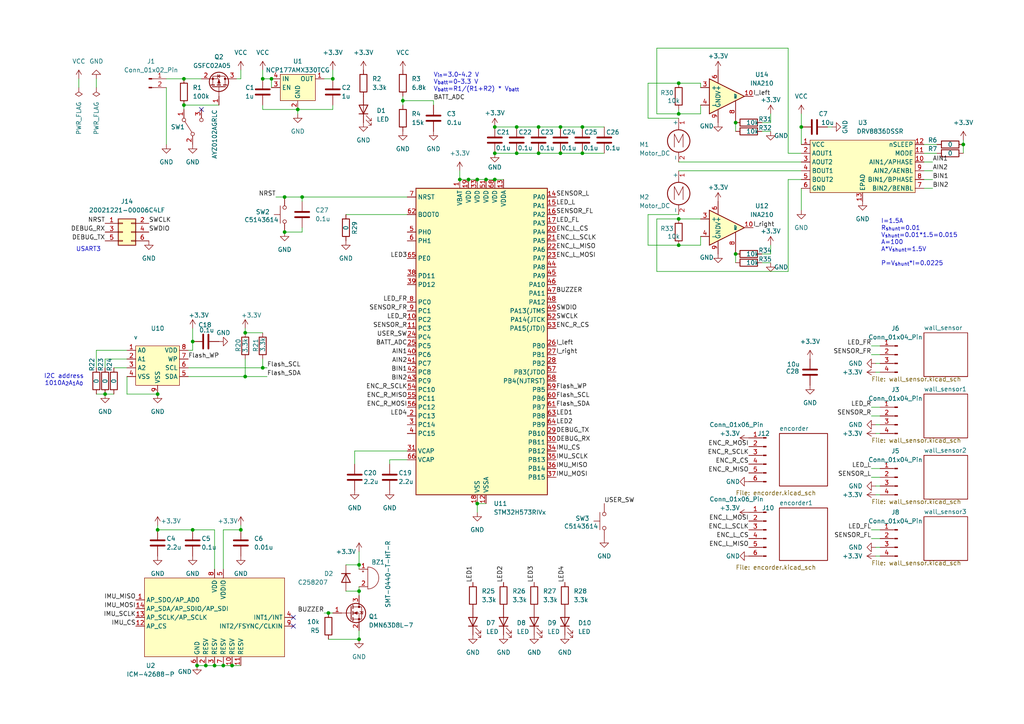
<source format=kicad_sch>
(kicad_sch (version 20231120) (generator "eeschema") (generator_version "8.0")
  (paper "A4")
  (junction (at 59.69 193.04))
  (junction (at 196.85 71.12))
  (junction (at 69.85 153.67))
  (junction (at 168.91 36.83))
  (junction (at 162.56 44.45))
  (junction (at 57.15 193.04))
  (junction (at 143.51 44.45))
  (junction (at 156.21 36.83))
  (junction (at 53.34 22.86))
  (junction (at 55.88 99.06))
  (junction (at 95.25 177.8))
  (junction (at 104.14 171.45))
  (junction (at 62.23 193.04))
  (junction (at 82.55 67.31))
  (junction (at 133.35 52.07))
  (junction (at 156.21 44.45))
  (junction (at 82.55 57.15))
  (junction (at 135.89 52.07))
  (junction (at 149.86 36.83))
  (junction (at 76.2 106.68))
  (junction (at 104.14 185.42))
  (junction (at 116.84 29.21))
  (junction (at 53.34 30.48))
  (junction (at 45.72 114.3))
  (junction (at 78.74 22.86))
  (junction (at 213.36 35.56))
  (junction (at 138.43 146.05))
  (junction (at 168.91 44.45))
  (junction (at 232.41 36.83))
  (junction (at 196.85 33.02))
  (junction (at 87.63 57.15))
  (junction (at 67.31 193.04))
  (junction (at 45.72 153.67))
  (junction (at 196.85 63.5))
  (junction (at 140.97 52.07))
  (junction (at 86.36 31.75))
  (junction (at 71.12 109.22))
  (junction (at 71.12 96.52))
  (junction (at 96.52 22.86))
  (junction (at 143.51 52.07))
  (junction (at 55.88 153.67))
  (junction (at 64.77 193.04))
  (junction (at 162.56 36.83))
  (junction (at 213.36 73.66))
  (junction (at 138.43 52.07))
  (junction (at 104.14 163.83))
  (junction (at 149.86 44.45))
  (junction (at 143.51 36.83))
  (junction (at 76.2 22.86))
  (junction (at 279.4 41.91))
  (junction (at 196.85 24.13))
  (junction (at 30.48 114.3))
  (no_connect (at 85.09 179.07))
  (no_connect (at 85.09 181.61))
  (no_connect (at 58.42 31.75))
  (wire (pts (xy 232.41 33.02) (xy 232.41 36.83)))
  (wire (pts (xy 156.21 44.45) (xy 162.56 44.45)))
  (wire (pts (xy 133.35 49.53) (xy 133.35 52.07)))
  (wire (pts (xy 125.73 30.48) (xy 125.73 29.21)))
  (wire (pts (xy 76.2 22.86) (xy 78.74 22.86)))
  (wire (pts (xy 140.97 52.07) (xy 143.51 52.07)))
  (wire (pts (xy 267.97 52.07) (xy 270.51 52.07)))
  (wire (pts (xy 254 105.41) (xy 255.27 105.41)))
  (wire (pts (xy 69.85 22.86) (xy 68.58 22.86)))
  (wire (pts (xy 190.5 13.97) (xy 190.5 33.02)))
  (wire (pts (xy 252.73 102.87) (xy 255.27 102.87)))
  (wire (pts (xy 71.12 95.25) (xy 71.12 96.52)))
  (wire (pts (xy 252.73 120.65) (xy 255.27 120.65)))
  (wire (pts (xy 62.23 165.1) (xy 62.23 153.67)))
  (wire (pts (xy 162.56 36.83) (xy 168.91 36.83)))
  (wire (pts (xy 48.26 22.86) (xy 53.34 22.86)))
  (wire (pts (xy 69.85 193.04) (xy 67.31 193.04)))
  (wire (pts (xy 232.41 60.96) (xy 232.41 54.61)))
  (wire (pts (xy 190.5 33.02) (xy 196.85 33.02)))
  (wire (pts (xy 87.63 67.31) (xy 82.55 67.31)))
  (wire (pts (xy 213.36 38.1) (xy 213.36 35.56)))
  (wire (pts (xy 53.34 30.48) (xy 53.34 31.75)))
  (wire (pts (xy 27.94 114.3) (xy 30.48 114.3)))
  (wire (pts (xy 69.85 20.32) (xy 69.85 22.86)))
  (wire (pts (xy 223.52 35.56) (xy 223.52 33.02)))
  (wire (pts (xy 96.52 31.75) (xy 96.52 30.48)))
  (wire (pts (xy 76.2 31.75) (xy 86.36 31.75)))
  (wire (pts (xy 190.5 78.74) (xy 190.5 63.5)))
  (wire (pts (xy 133.35 52.07) (xy 135.89 52.07)))
  (wire (pts (xy 55.88 153.67) (xy 45.72 153.67)))
  (wire (pts (xy 76.2 104.14) (xy 76.2 106.68)))
  (wire (pts (xy 118.11 133.35) (xy 113.03 133.35)))
  (wire (pts (xy 254 143.51) (xy 255.27 143.51)))
  (wire (pts (xy 196.85 62.23) (xy 187.96 62.23)))
  (wire (pts (xy 95.25 185.42) (xy 104.14 185.42)))
  (wire (pts (xy 87.63 57.15) (xy 118.11 57.15)))
  (wire (pts (xy 254 140.97) (xy 255.27 140.97)))
  (wire (pts (xy 104.14 163.83) (xy 104.14 165.1)))
  (wire (pts (xy 27.94 101.6) (xy 36.83 101.6)))
  (wire (pts (xy 30.48 114.3) (xy 33.02 114.3)))
  (wire (pts (xy 54.61 109.22) (xy 71.12 109.22)))
  (wire (pts (xy 71.12 96.52) (xy 76.2 96.52)))
  (wire (pts (xy 187.96 71.12) (xy 196.85 71.12)))
  (wire (pts (xy 125.73 29.21) (xy 116.84 29.21)))
  (wire (pts (xy 252.73 138.43) (xy 255.27 138.43)))
  (wire (pts (xy 267.97 46.99) (xy 270.51 46.99)))
  (wire (pts (xy 143.51 36.83) (xy 149.86 36.83)))
  (wire (pts (xy 220.98 35.56) (xy 223.52 35.56)))
  (wire (pts (xy 168.91 36.83) (xy 175.26 36.83)))
  (wire (pts (xy 100.33 62.23) (xy 118.11 62.23)))
  (wire (pts (xy 87.63 57.15) (xy 87.63 58.42)))
  (wire (pts (xy 45.72 152.4) (xy 45.72 153.67)))
  (wire (pts (xy 64.77 165.1) (xy 64.77 153.67)))
  (wire (pts (xy 93.98 177.8) (xy 95.25 177.8)))
  (wire (pts (xy 203.2 25.4) (xy 203.2 24.13)))
  (wire (pts (xy 196.85 49.53) (xy 232.41 49.53)))
  (wire (pts (xy 267.97 54.61) (xy 270.51 54.61)))
  (wire (pts (xy 59.69 193.04) (xy 57.15 193.04)))
  (wire (pts (xy 149.86 36.83) (xy 156.21 36.83)))
  (wire (pts (xy 190.5 13.97) (xy 228.6 13.97)))
  (wire (pts (xy 187.96 34.29) (xy 187.96 24.13)))
  (wire (pts (xy 80.01 57.15) (xy 82.55 57.15)))
  (wire (pts (xy 143.51 52.07) (xy 146.05 52.07)))
  (wire (pts (xy 254 125.73) (xy 255.27 125.73)))
  (wire (pts (xy 69.85 152.4) (xy 69.85 153.67)))
  (wire (pts (xy 82.55 57.15) (xy 87.63 57.15)))
  (wire (pts (xy 196.85 71.12) (xy 203.2 71.12)))
  (wire (pts (xy 54.61 106.68) (xy 76.2 106.68)))
  (wire (pts (xy 213.36 76.2) (xy 213.36 73.66)))
  (wire (pts (xy 36.83 109.22) (xy 36.83 114.3)))
  (wire (pts (xy 138.43 146.05) (xy 138.43 148.59)))
  (wire (pts (xy 67.31 193.04) (xy 64.77 193.04)))
  (wire (pts (xy 228.6 52.07) (xy 232.41 52.07)))
  (wire (pts (xy 76.2 20.32) (xy 76.2 22.86)))
  (wire (pts (xy 71.12 109.22) (xy 77.47 109.22)))
  (wire (pts (xy 196.85 34.29) (xy 187.96 34.29)))
  (wire (pts (xy 252.73 135.89) (xy 255.27 135.89)))
  (wire (pts (xy 168.91 44.45) (xy 175.26 44.45)))
  (wire (pts (xy 100.33 171.45) (xy 104.14 171.45)))
  (wire (pts (xy 27.94 106.68) (xy 27.94 101.6)))
  (wire (pts (xy 113.03 133.35) (xy 113.03 134.62)))
  (wire (pts (xy 143.51 44.45) (xy 149.86 44.45)))
  (wire (pts (xy 187.96 24.13) (xy 196.85 24.13)))
  (wire (pts (xy 100.33 163.83) (xy 104.14 163.83)))
  (wire (pts (xy 254 158.75) (xy 255.27 158.75)))
  (wire (pts (xy 22.86 22.86) (xy 22.86 25.4)))
  (wire (pts (xy 86.36 31.75) (xy 86.36 33.02)))
  (wire (pts (xy 104.14 160.02) (xy 104.14 163.83)))
  (wire (pts (xy 279.4 44.45) (xy 279.4 41.91)))
  (wire (pts (xy 240.03 36.83) (xy 241.3 36.83)))
  (wire (pts (xy 162.56 44.45) (xy 168.91 44.45)))
  (wire (pts (xy 254 107.95) (xy 255.27 107.95)))
  (wire (pts (xy 78.74 22.86) (xy 78.74 25.4)))
  (wire (pts (xy 55.88 95.25) (xy 55.88 99.06)))
  (wire (pts (xy 104.14 171.45) (xy 104.14 172.72)))
  (wire (pts (xy 196.85 31.75) (xy 196.85 33.02)))
  (wire (pts (xy 252.73 118.11) (xy 255.27 118.11)))
  (wire (pts (xy 228.6 44.45) (xy 232.41 44.45)))
  (wire (pts (xy 33.02 106.68) (xy 36.83 106.68)))
  (wire (pts (xy 116.84 29.21) (xy 116.84 30.48)))
  (wire (pts (xy 279.4 41.91) (xy 279.4 40.64)))
  (wire (pts (xy 87.63 67.31) (xy 87.63 66.04)))
  (wire (pts (xy 104.14 185.42) (xy 104.14 182.88)))
  (wire (pts (xy 252.73 156.21) (xy 255.27 156.21)))
  (wire (pts (xy 71.12 104.14) (xy 71.12 109.22)))
  (wire (pts (xy 118.11 130.81) (xy 102.87 130.81)))
  (wire (pts (xy 203.2 24.13) (xy 196.85 24.13)))
  (wire (pts (xy 104.14 170.18) (xy 104.14 171.45)))
  (wire (pts (xy 76.2 106.68) (xy 77.47 106.68)))
  (wire (pts (xy 267.97 49.53) (xy 270.51 49.53)))
  (wire (pts (xy 96.52 22.86) (xy 93.98 22.86)))
  (wire (pts (xy 232.41 36.83) (xy 232.41 41.91)))
  (wire (pts (xy 223.52 73.66) (xy 223.52 71.12)))
  (wire (pts (xy 54.61 101.6) (xy 55.88 101.6)))
  (wire (pts (xy 62.23 153.67) (xy 55.88 153.67)))
  (wire (pts (xy 36.83 114.3) (xy 45.72 114.3)))
  (wire (pts (xy 30.48 104.14) (xy 30.48 106.68)))
  (wire (pts (xy 86.36 31.75) (xy 96.52 31.75)))
  (wire (pts (xy 223.52 76.2) (xy 220.98 76.2)))
  (wire (pts (xy 138.43 52.07) (xy 140.97 52.07)))
  (wire (pts (xy 203.2 63.5) (xy 196.85 63.5)))
  (wire (pts (xy 203.2 33.02) (xy 203.2 30.48)))
  (wire (pts (xy 76.2 30.48) (xy 76.2 31.75)))
  (wire (pts (xy 252.73 100.33) (xy 255.27 100.33)))
  (wire (pts (xy 27.94 25.4) (xy 27.94 22.86)))
  (wire (pts (xy 228.6 52.07) (xy 228.6 78.74)))
  (wire (pts (xy 252.73 153.67) (xy 255.27 153.67)))
  (wire (pts (xy 63.5 30.48) (xy 53.34 30.48)))
  (wire (pts (xy 64.77 153.67) (xy 69.85 153.67)))
  (wire (pts (xy 203.2 71.12) (xy 203.2 68.58)))
  (wire (pts (xy 102.87 130.81) (xy 102.87 134.62)))
  (wire (pts (xy 228.6 44.45) (xy 228.6 13.97)))
  (wire (pts (xy 53.34 22.86) (xy 58.42 22.86)))
  (wire (pts (xy 254 161.29) (xy 255.27 161.29)))
  (wire (pts (xy 55.88 99.06) (xy 55.88 101.6)))
  (wire (pts (xy 135.89 52.07) (xy 138.43 52.07)))
  (wire (pts (xy 254 123.19) (xy 255.27 123.19)))
  (wire (pts (xy 196.85 46.99) (xy 232.41 46.99)))
  (wire (pts (xy 267.97 41.91) (xy 271.78 41.91)))
  (wire (pts (xy 138.43 146.05) (xy 140.97 146.05)))
  (wire (pts (xy 196.85 33.02) (xy 203.2 33.02)))
  (wire (pts (xy 149.86 44.45) (xy 156.21 44.45)))
  (wire (pts (xy 64.77 193.04) (xy 62.23 193.04)))
  (wire (pts (xy 36.83 104.14) (xy 30.48 104.14)))
  (wire (pts (xy 48.26 25.4) (xy 48.26 41.91)))
  (wire (pts (xy 267.97 44.45) (xy 271.78 44.45)))
  (wire (pts (xy 62.23 193.04) (xy 59.69 193.04)))
  (wire (pts (xy 220.98 73.66) (xy 223.52 73.66)))
  (wire (pts (xy 223.52 38.1) (xy 220.98 38.1)))
  (wire (pts (xy 190.5 63.5) (xy 196.85 63.5)))
  (wire (pts (xy 190.5 78.74) (xy 228.6 78.74)))
  (wire (pts (xy 95.25 177.8) (xy 96.52 177.8)))
  (wire (pts (xy 156.21 36.83) (xy 162.56 36.83)))
  (wire (pts (xy 187.96 62.23) (xy 187.96 71.12)))
  (wire (pts (xy 96.52 20.32) (xy 96.52 22.86)))
  (wire (pts (xy 116.84 27.94) (xy 116.84 29.21)))
  (text "I=1.5A\nR_{shunt}=0.01\nV_{shunt}=0.01*1.5=0.015\nA=100\nA*V_{shunt}=1.5V\n\nP=V_{shunt}*I=0.0225" (at 255.524 63.5 0) (effects (font (size 1.27 1.27)) (justify left top)))
  (text "I2C address\n1010A_{2}A_{1}A_{0}" (at 18.542 110.236 0) (effects (font (size 1.27 1.27))))
  (text "USART3\n" (at 25.654 72.39 0) (effects (font (size 1.27 1.27))))
  (text "V_{in}=3.0~4.2 V\nV_{batt}=0~3.3 V\nV_{batt}=R1/(R1+R2) * V_{batt}" (at 125.73 26.67 0) (effects (font (size 1.27 1.27)) (justify left bottom)))
  (label "Flash_SCL" (at 77.47 106.68 0))
  (label "LED_FL" (at 252.73 153.67 180))
  (label "ENC_L_MOSI" (at 161.29 74.93 0))
  (label "NRST" (at 80.01 57.15 180))
  (label "DEBUG_TX" (at 30.48 69.85 180))
  (label "SWCLK" (at 161.29 92.71 0))
  (label "LED4" (at 118.11 120.65 180))
  (label "IMU_MISO" (at 39.37 173.99 180))
  (label "LED_L" (at 252.73 135.89 180))
  (label "ENC_R_MISO" (at 217.17 137.16 180))
  (label "I_left" (at 218.44 27.94 0))
  (label "BIN2" (at 270.51 54.61 0))
  (label "LED2" (at 146.05 168.91 90))
  (label "AIN1" (at 270.51 46.99 0))
  (label "ENC_R_SCLK" (at 118.11 113.03 180))
  (label "BATT_ADC" (at 125.73 29.21 0))
  (label "AIN1" (at 118.11 102.87 180))
  (label "DEBUG_TX" (at 161.29 125.73 0))
  (label "IMU_SCLK" (at 161.29 133.35 0))
  (label "LED3" (at 154.94 168.91 90))
  (label "ENC_L_SCLK" (at 217.17 153.67 180))
  (label "BUZZER" (at 93.98 177.8 180))
  (label "SENSOR_L" (at 252.73 138.43 180))
  (label "SWCLK" (at 43.18 64.77 0))
  (label "Flash_SDA" (at 77.47 109.22 0))
  (label "ENC_L_CS" (at 161.29 67.31 0))
  (label "ENC_R_CS" (at 217.17 134.62 180))
  (label "USER_SW" (at 118.11 97.79 180))
  (label "LED3" (at 118.11 74.93 180))
  (label "ENC_R_MOSI" (at 217.17 129.54 180))
  (label "LED4" (at 163.83 168.91 90))
  (label "IMU_MISO" (at 161.29 135.89 0))
  (label "LED1" (at 161.29 120.65 0))
  (label "BIN2" (at 118.11 110.49 180))
  (label "I_right" (at 161.29 102.87 0))
  (label "BIN1" (at 118.11 107.95 180))
  (label "IMU_CS" (at 39.37 181.61 180))
  (label "LED2" (at 161.29 123.19 0))
  (label "IMU_SCLK" (at 39.37 179.07 180))
  (label "LED_L" (at 161.29 59.69 0))
  (label "Flash_SCL" (at 161.29 115.57 0))
  (label "ENC_L_MISO" (at 161.29 72.39 0))
  (label "LED_FR" (at 252.73 100.33 180))
  (label "LED_FR" (at 118.11 87.63 180))
  (label "SWDIO" (at 43.18 67.31 0))
  (label "SENSOR_R" (at 118.11 95.25 180))
  (label "IMU_MOSI" (at 161.29 138.43 0))
  (label "NRST" (at 30.48 64.77 180))
  (label "BIN1" (at 270.51 52.07 0))
  (label "LED_R" (at 252.73 118.11 180))
  (label "DEBUG_RX" (at 161.29 128.27 0))
  (label "SWDIO" (at 161.29 90.17 0))
  (label "BUZZER" (at 161.29 85.09 0))
  (label "BATT_ADC" (at 118.11 100.33 180))
  (label "USER_SW" (at 175.26 146.05 0))
  (label "LED1" (at 137.16 168.91 90))
  (label "I_left" (at 161.29 100.33 0))
  (label "LED_FL" (at 161.29 64.77 0))
  (label "AIN2" (at 270.51 49.53 0))
  (label "SENSOR_FL" (at 252.73 156.21 180))
  (label "SENSOR_R" (at 252.73 120.65 180))
  (label "DEBUG_RX" (at 30.48 67.31 180))
  (label "ENC_R_MISO" (at 118.11 115.57 180))
  (label "LED_R" (at 118.11 92.71 180))
  (label "SENSOR_L" (at 161.29 57.15 0))
  (label "Flash_WP" (at 54.61 104.14 0))
  (label "Flash_WP" (at 161.29 113.03 0))
  (label "Flash_SDA" (at 161.29 118.11 0))
  (label "ENC_L_SCLK" (at 161.29 69.85 0))
  (label "ENC_R_CS" (at 161.29 95.25 0))
  (label "SENSOR_FL" (at 161.29 62.23 0))
  (label "I_right" (at 218.44 66.04 0))
  (label "IMU_MOSI" (at 39.37 176.53 180))
  (label "AIN2" (at 118.11 105.41 180))
  (label "ENC_R_SCLK" (at 217.17 132.08 180))
  (label "ENC_L_MOSI" (at 217.17 151.13 180))
  (label "SENSOR_FR" (at 118.11 90.17 180))
  (label "ENC_L_MISO" (at 217.17 158.75 180))
  (label "SENSOR_FR" (at 252.73 102.87 180))
  (label "IMU_CS" (at 161.29 130.81 0))
  (label "ENC_R_MOSI" (at 118.11 118.11 180))
  (label "ENC_L_CS" (at 217.17 156.21 180))
  (symbol (lib_id "Device:C") (at 162.56 40.64 0) (unit 1)
    (property "Reference" "C24" (at 163.068 38.354 0) (effects (justify left)))
    (property "Value" "0.1u" (at 162.814 42.926 0) (effects (justify left)))
    (property "Footprint" "Capacitor_SMD:C_0402_1005Metric" (effects (hide yes)))
    (property "order_URL" "https://www.digikey.jp/ja/products/detail/tdk-corporation/CGA2B3X5R1H104K050BB/3949449" (effects (hide yes)))
    (property "manf#" "CGA2B3X5R1H104K050BB" (effects (hide yes)))
    (property "check_order" "ok" (effects (hide yes)))
  )
  (symbol (lib_id "power:+3.3V") (at 217.17 127 90) (unit 1)
    (property "Reference" "#PWR070" (effects (hide yes)))
    (property "Value" "+3.3V" (at 214.63 125.73 90) (effects (justify left)))
  )
  (symbol (lib_id "power:GND") (at 137.16 184.15 0) (unit 1)
    (property "Reference" "#PWR085" (effects (hide yes)))
    (property "Value" "GND" (at 137.16 189.23 0))
  )
  (symbol (lib_id "Device:R") (at 33.02 110.49 0) (unit 1)
    (property "Reference" "R24" (at 31.75 107.696 90) (effects (justify left)))
    (property "Value" "0" (at 33.02 111.252 90) (effects (justify left)))
    (property "Footprint" "Resistor_SMD:R_0402_1005Metric" (effects (hide yes)))
    (property "order_URL" "https://www.digikey.jp/ja/products/detail/yageo/AC0402FR-073K3L/5895325" (effects (hide yes)))
    (property "manf#" "AC0402FR-073K3L" (effects (hide yes)))
    (property "check_order" "-" (effects (hide yes)))
  )
  (symbol (lib_id "power:+3.3V") (at 71.12 95.25 0) (unit 1)
    (property "Reference" "#PWR083" (effects (hide yes)))
    (property "Value" "+3.3V" (at 72.898 91.44 0))
  )
  (symbol (lib_id "power:+3.3V") (at 55.88 95.25 0) (unit 1)
    (property "Reference" "#PWR080" (effects (hide yes)))
    (property "Value" "+3.3V" (at 57.658 91.44 0))
  )
  (symbol (lib_id "Device:C") (at 125.73 34.29 0) (unit 1)
    (property "Reference" "C3" (at 129.54 33.02 0) (effects (justify left)))
    (property "Value" "0.1u" (at 129.54 35.56 0) (effects (justify left)))
    (property "Footprint" "Capacitor_SMD:C_0402_1005Metric" (effects (hide yes)))
    (property "order_URL" "https://www.digikey.jp/ja/products/detail/tdk-corporation/CGA2B3X5R1H104K050BB/3949449" (effects (hide yes)))
    (property "manf#" "CGA2B3X5R1H104K050BB" (effects (hide yes)))
    (property "check_order" "ok" (effects (hide yes)))
  )
  (symbol (lib_id "Device:D") (at 100.33 167.64 270) (unit 1)
    (property "Reference" "D2" (at 93.98 166.37 90) (effects (justify left)))
    (property "Value" "C258207" (at 86.36 168.91 90) (effects (justify left)))
    (property "Footprint" "Diode_SMD:D_SOD-123" (effects (hide yes)))
    (property "Datasheet" "https://www.lcsc.com/datasheet/lcsc_datasheet_1810120035_onsemi-MMSD3070_C258207.pdf" (effects (hide yes)))
    (property "order_URL" "https://www.lcsc.com/product-detail/Diodes-General-Purpose_onsemi-MMSD3070_C258207.html" (effects (hide yes)))
    (property "manf#" "C258207" (effects (hide yes)))
    (property "check_order" "ok" (effects (hide yes)))
  )
  (symbol (lib_id "power:GND") (at 100.33 69.85 0) (unit 1)
    (property "Reference" "#PWR096" (effects (hide yes)))
    (property "Value" "GND" (at 100.33 74.93 0))
  )
  (symbol (lib_id "makyi_mouse:DRV8836DSSR") (at 250.19 46.99 0) (unit 1)
    (property "Reference" "U3" (at 250.19 35.56 0))
    (property "Value" "DRV8836DSSR" (at 255.27 38.1 0))
    (property "Footprint" "Package_SON:WSON-12-1EP_3x2mm_P0.5mm_EP1x2.65" (effects (hide yes)))
    (property "Datasheet" "https://www.ti.com/lit/ds/symlink/drv8836.pdf?HQS=dis-dk-null-digikeymode-dsf-pf-null-wwe&ts=1693798815443&ref_url=https%253A%252F%252Fwww.ti.com%252Fgeneral%252Fdocs%252Fsuppproductinfo.tsp%253FdistId%253D10%2526gotoUrl%253Dhttps%253A%252F%252Fwww.ti.com%252Flit%252Fgpn%252Fdrv8836" (effects (hide yes)))
    (property "check_order" "ok" (effects (hide yes)))
    (property "order_URL" "https://www.digikey.jp/ja/products/detail/texas-instruments/DRV8836DSSR/3088190?s=N4IgTCBcDaICICUBqAOFBmAbHAyjhIAugL5A" (effects (hide yes)))
  )
  (symbol (lib_id "Device:R") (at 95.25 181.61 180) (unit 1)
    (property "Reference" "R5" (at 92.71 182.88 0) (effects (justify left)))
    (property "Value" "10k" (at 92.71 180.34 0) (effects (justify left)))
    (property "Footprint" "Resistor_SMD:R_0402_1005Metric" (effects (hide yes)))
    (property "order_URL" "https://www.digikey.jp/ja/products/detail/yageo/AC0402FR-0710KL/5895030" (effects (hide yes)))
    (property "manf#" "AC0402FR-0710KL" (effects (hide yes)))
    (property "check_order" "-" (effects (hide yes)))
  )
  (symbol (lib_id "Device:R") (at 105.41 24.13 0) (unit 1)
    (property "Reference" "R2" (at 107.95 22.86 0) (effects (justify left)))
    (property "Value" "3.3k" (at 107.95 25.4 0) (effects (justify left)))
    (property "Footprint" "Resistor_SMD:R_0402_1005Metric" (effects (hide yes)))
    (property "order_URL" "https://www.digikey.jp/ja/products/detail/yageo/AC0402FR-073K3L/5895325" (effects (hide yes)))
    (property "manf#" "AC0402FR-073K3L" (effects (hide yes)))
    (property "check_order" "ok" (effects (hide yes)))
  )
  (symbol (lib_id "Device:C") (at 149.86 40.64 0) (unit 1)
    (property "Reference" "C22" (at 150.368 38.354 0) (effects (justify left)))
    (property "Value" "0.1u" (at 150.114 42.926 0) (effects (justify left)))
    (property "Footprint" "Capacitor_SMD:C_0402_1005Metric" (effects (hide yes)))
    (property "order_URL" "https://www.digikey.jp/ja/products/detail/tdk-corporation/CGA2B3X5R1H104K050BB/3949449" (effects (hide yes)))
    (property "manf#" "CGA2B3X5R1H104K050BB" (effects (hide yes)))
    (property "check_order" "ok" (effects (hide yes)))
  )
  (symbol (lib_id "Device:R") (at 53.34 26.67 0) (unit 1)
    (property "Reference" "R1" (at 55.88 25.4 0) (effects (justify left)))
    (property "Value" "100k" (at 55.88 27.94 0) (effects (justify left)))
    (property "Footprint" "Resistor_SMD:R_0402_1005Metric" (effects (hide yes)))
    (property "order_URL" "https://www.digikey.jp/ja/products/detail/yageo/AC0402FR-07100KL/5895021" (effects (hide yes)))
    (property "manf#" "AC0402FR-07100KL" (effects (hide yes)))
    (property "check_order" "-" (effects (hide yes)))
  )
  (symbol (lib_id "MCU_ST_STM32H5:STM32H573RIVx") (at 138.43 100.33 0) (unit 1)
    (property "Reference" "U11" (at 143.1641 146.05 0) (effects (justify left)))
    (property "Value" "STM32H573RIVx" (at 143.1641 148.59 0) (effects (justify left)))
    (property "Footprint" "Package_DFN_QFN:QFN-68-1EP_8x8mm_P0.4mm_EP6.4x6.4mm" (effects (hide yes)))
    (property "Datasheet" "https://www.st.com/resource/en/datasheet/stm32h573ri.pdf" (effects (hide yes)))
    (property "Description" "STMicroelectronics Arm Cortex-M33 MCU, 2048KB flash, 640KB RAM, 250 MHz, 1.62-3.6V, 53 GPIO, VFQFPN68" (effects (hide yes)))
    (property "check_order" "-" (effects (hide yes)))
  )
  (symbol (lib_id "Device:R") (at 275.59 44.45 90) (unit 1)
    (property "Reference" "R7" (at 270.51 43.18 90))
    (property "Value" "0" (at 275.59 44.45 90))
    (property "Footprint" "Resistor_SMD:R_0402_1005Metric" (effects (hide yes)))
    (property "order_URL" "https://www.digikey.jp/ja/products/detail/yageo/AC0402JR-070RL/2827807" (effects (hide yes)))
    (property "manf#" "AC0402JR-070RL" (effects (hide yes)))
    (property "check_order" "ok" (effects (hide yes)))
  )
  (symbol (lib_id "power:GND") (at 143.51 44.45 0) (unit 1)
    (property "Reference" "#PWR094" (effects (hide yes)))
    (property "Value" "GND" (at 143.51 48.514 0))
  )
  (symbol (lib_id "power:+3.3V") (at 69.85 152.4 0) (unit 1)
    (property "Reference" "#PWR015" (effects (hide yes)))
    (property "Value" "+3.3V" (at 66.04 151.13 0))
  )
  (symbol (lib_id "power:GND") (at 55.88 161.29 0) (unit 1)
    (property "Reference" "#PWR017" (effects (hide yes)))
    (property "Value" "GND" (at 55.88 166.37 0))
  )
  (symbol (lib_id "power:GND") (at 146.05 184.15 0) (unit 1)
    (property "Reference" "#PWR086" (effects (hide yes)))
    (property "Value" "GND" (at 146.05 189.23 0))
  )
  (symbol (lib_id "power:GND") (at 113.03 142.24 0) (unit 1)
    (property "Reference" "#PWR091" (effects (hide yes)))
    (property "Value" "GND" (at 113.03 147.32 0))
  )
  (symbol (lib_id "power:+3.3V") (at 208.28 58.42 0) (unit 1)
    (property "Reference" "#PWR0103" (effects (hide yes)))
    (property "Value" "+3.3V" (at 208.28 54.356 0))
  )
  (symbol (lib_id "Device:C") (at 175.26 40.64 0) (unit 1)
    (property "Reference" "C26" (at 175.768 38.354 0) (effects (justify left)))
    (property "Value" "0.1u" (at 175.514 42.926 0) (effects (justify left)))
    (property "Footprint" "Capacitor_SMD:C_0402_1005Metric" (effects (hide yes)))
    (property "order_URL" "https://www.digikey.jp/ja/products/detail/tdk-corporation/CGA2B3X5R1H104K050BB/3949449" (effects (hide yes)))
    (property "manf#" "CGA2B3X5R1H104K050BB" (effects (hide yes)))
    (property "check_order" "ok" (effects (hide yes)))
  )
  (symbol (lib_id "power:+3.3V") (at 133.35 49.53 0) (unit 1)
    (property "Reference" "#PWR090" (effects (hide yes)))
    (property "Value" "+3.3V" (at 133.35 44.45 0))
  )
  (symbol (lib_id "Switch:SW_Push") (at 175.26 151.13 90) (unit 1)
    (property "Reference" "SW3" (at 166.878 150.368 90) (effects (justify right)))
    (property "Value" "C5143614" (at 163.576 152.654 90) (effects (justify right)))
    (property "Footprint" "makyi_mouse:C5143614" (effects (hide yes)))
    (property "Datasheet" "https://www.lcsc.com/datasheet/lcsc_datasheet_2208241730_hanxia-HX-TS2306A-240gf-MSM_C5143614.pdf" (effects (hide yes)))
    (property "Description" "Push button switch, generic, two pins" (effects (hide yes)))
    (property "check_order" "ok" (effects (hide yes)))
    (property "order_URL" "https://www.digikey.jp/ja/products/detail/mitsumi-electric-company-ltd/R-667996/11591278" (effects (hide yes)))
  )
  (symbol (lib_id "power:GND") (at 138.43 148.59 0) (unit 1)
    (property "Reference" "#PWR089" (effects (hide yes)))
    (property "Value" "GND" (at 138.43 153.67 0))
  )
  (symbol (lib_id "makyi_mouse:MB85RC64TAPN-G-AMEWE1") (at 45.72 106.68 0) (unit 1)
    (property "Reference" "U10" (at 45.72 95.25 0))
    (property "Value" "v" (at 39.37 97.79 0))
    (property "Footprint" "makyi_mouse:LCC-8P-M04" (effects (hide yes)))
    (property "Datasheet" "https://mm.digikey.com/Volume0/opasdata/d220001/medias/docus/2107/MB85RC64TA.pdf" (effects (hide yes)))
    (property "check_order" "ok" (effects (hide yes)))
    (property "order_URL" "https://www.digikey.jp/ja/products/detail/kaga-fei-america-inc/MB85RC64TAPN-G-AMEWE1/6802276?s=N4IgTCBcDaILICEAcBWASgYQGwBYAqAggAoByAtAOJkFwCiA6rQIwgC6AvkA" (effects (hide yes)))
  )
  (symbol (lib_id "Device:R") (at 275.59 41.91 90) (unit 1)
    (property "Reference" "R6" (at 270.51 40.64 90))
    (property "Value" "0" (at 275.59 41.91 90))
    (property "Footprint" "Resistor_SMD:R_0402_1005Metric" (effects (hide yes)))
    (property "order_URL" "https://www.digikey.jp/ja/products/detail/yageo/AC0402JR-070RL/2827807" (effects (hide yes)))
    (property "manf#" "AC0402JR-070RL" (effects (hide yes)))
    (property "check_order" "ok" (effects (hide yes)))
  )
  (symbol (lib_id "power:GND") (at 254 158.75 270) (unit 1)
    (property "Reference" "#PWR054" (effects (hide yes)))
    (property "Value" "GND" (at 250.19 158.75 90) (effects (justify right)))
  )
  (symbol (lib_id "power:VCC") (at 116.84 20.32 0) (unit 1)
    (property "Reference" "#PWR010" (effects (hide yes)))
    (property "Value" "VCC" (at 116.84 15.24 0))
  )
  (symbol (lib_id "power:PWR_FLAG") (at 27.94 25.4 180) (unit 1)
    (property "Reference" "#FLG02" (effects (hide yes)))
    (property "Value" "PWR_FLAG" (at 27.94 34.29 90))
  )
  (symbol (lib_id "power:GND") (at 223.52 76.2 0) (unit 1)
    (property "Reference" "#PWR0106" (effects (hide yes)))
    (property "Value" "GND" (at 226.568 77.47 0))
  )
  (symbol (lib_id "Device:R") (at 217.17 73.66 270) (unit 1)
    (property "Reference" "R34" (at 219.964 72.644 90) (effects (justify left)))
    (property "Value" "10k" (at 216.408 73.66 90) (effects (justify left)))
    (property "Footprint" "Resistor_SMD:R_0402_1005Metric" (effects (hide yes)))
    (property "Description" "Resistor" (effects (hide yes)))
  )
  (symbol (lib_id "Connector:Conn_01x04_Pin") (at 260.35 138.43 0) (mirror y) (unit 1)
    (property "Reference" "J5" (at 259.715 130.81 0))
    (property "Value" "Conn_01x04_Pin" (at 259.715 133.35 0))
    (property "Footprint" "makyi_mouse:wall_sensor_fp" (effects (hide yes)))
    (property "check_order" "-" (effects (hide yes)))
  )
  (symbol (lib_id "Device:C") (at 156.21 40.64 0) (unit 1)
    (property "Reference" "C23" (at 156.718 38.354 0) (effects (justify left)))
    (property "Value" "0.1u" (at 156.464 42.926 0) (effects (justify left)))
    (property "Footprint" "Capacitor_SMD:C_0402_1005Metric" (effects (hide yes)))
    (property "order_URL" "https://www.digikey.jp/ja/products/detail/tdk-corporation/CGA2B3X5R1H104K050BB/3949449" (effects (hide yes)))
    (property "manf#" "CGA2B3X5R1H104K050BB" (effects (hide yes)))
    (property "check_order" "ok" (effects (hide yes)))
  )
  (symbol (lib_id "Switch:SW_Push") (at 82.55 62.23 90) (unit 1)
    (property "Reference" "SW2" (at 74.168 61.468 90) (effects (justify right)))
    (property "Value" "C5143614" (at 70.866 63.754 90) (effects (justify right)))
    (property "Footprint" "makyi_mouse:C5143614" (effects (hide yes)))
    (property "Datasheet" "https://www.lcsc.com/datasheet/lcsc_datasheet_2208241730_hanxia-HX-TS2306A-240gf-MSM_C5143614.pdf" (effects (hide yes)))
    (property "Description" "Push button switch, generic, two pins" (effects (hide yes)))
    (property "check_order" "ok" (effects (hide yes)))
    (property "order_URL" "https://www.digikey.jp/ja/products/detail/mitsumi-electric-company-ltd/R-667996/11591278" (effects (hide yes)))
  )
  (symbol (lib_id "Device:C") (at 236.22 36.83 90) (unit 1)
    (property "Reference" "C7" (at 238.76 33.02 90))
    (property "Value" "10u" (at 240.03 35.56 90))
    (property "Footprint" "Capacitor_SMD:C_1206_3216Metric" (effects (hide yes)))
    (property "order_URL" "https://www.digikey.jp/ja/products/detail/kemet/C1206X106M3RACAUTO/7427563" (effects (hide yes)))
    (property "manf#" "C1206X106K3RACAUTO" (effects (hide yes)))
    (property "check_order" "ok" (effects (hide yes)))
  )
  (symbol (lib_id "power:+3.3V") (at 234.95 104.14 0) (unit 1)
    (property "Reference" "#PWR026" (effects (hide yes)))
    (property "Value" "+3.3V" (at 234.95 99.06 0))
  )
  (symbol (lib_id "Device:LED") (at 154.94 180.34 90) (unit 1)
    (property "Reference" "D9" (at 158.75 180.6575 90) (effects (justify right)))
    (property "Value" "LED" (at 158.75 183.1975 90) (effects (justify right)))
    (property "Footprint" "LED_SMD:LED_0402_1005Metric_Pad0.77x0.64mm_HandSolder" (effects (hide yes)))
    (property "order_URL" "https://www.digikey.jp/ja/products/detail/rohm-semiconductor/SML-P12M2TT86R/5355776" (effects (hide yes)))
    (property "manf#" "SML-P12M2TT86R" (effects (hide yes)))
    (property "check_order" "ok" (effects (hide yes)))
  )
  (symbol (lib_id "power:GND") (at 254 105.41 270) (unit 1)
    (property "Reference" "#PWR058" (effects (hide yes)))
    (property "Value" "GND" (at 250.19 105.41 90) (effects (justify right)))
  )
  (symbol (lib_id "Device:C") (at 96.52 26.67 0) (unit 1)
    (property "Reference" "C2" (at 99.06 25.4 0) (effects (justify left)))
    (property "Value" "1u" (at 99.06 27.94 0) (effects (justify left)))
    (property "Footprint" "Capacitor_SMD:C_0402_1005Metric" (effects (hide yes)))
    (property "order_URL" "https://www.digikey.jp/ja/products/detail/murata-electronics/GRT155R6YA105KE13D/10693452" (effects (hide yes)))
    (property "manf#" "GRT155R6YA105KE13D" (effects (hide yes)))
    (property "check_order" "ok" (effects (hide yes)))
  )
  (symbol (lib_id "Device:LED") (at 163.83 180.34 90) (unit 1)
    (property "Reference" "D10" (at 167.64 180.6575 90) (effects (justify right)))
    (property "Value" "LED" (at 167.64 183.1975 90) (effects (justify right)))
    (property "Footprint" "LED_SMD:LED_0402_1005Metric_Pad0.77x0.64mm_HandSolder" (effects (hide yes)))
    (property "order_URL" "https://www.digikey.jp/ja/products/detail/rohm-semiconductor/SML-P12M2TT86R/5355776" (effects (hide yes)))
    (property "manf#" "SML-P12M2TT86R" (effects (hide yes)))
    (property "check_order" "ok" (effects (hide yes)))
  )
  (symbol (lib_id "Device:C") (at 234.95 107.95 0) (unit 1)
    (property "Reference" "C28" (at 229.87 107.696 0))
    (property "Value" "10u" (at 230.124 105.664 0))
    (property "Footprint" "Capacitor_SMD:C_1206_3216Metric" (effects (hide yes)))
    (property "order_URL" "https://www.digikey.jp/ja/products/detail/kemet/C1206X106M3RACAUTO/7427563" (effects (hide yes)))
    (property "manf#" "C1206X106K3RACAUTO" (effects (hide yes)))
    (property "check_order" "ok" (effects (hide yes)))
  )
  (symbol (lib_id "power:GND") (at 86.36 33.02 0) (unit 1)
    (property "Reference" "#PWR03" (effects (hide yes)))
    (property "Value" "GND" (at 86.36 38.1 0))
  )
  (symbol (lib_id "makyi_mouse:INA210") (at 208.28 66.04 0) (unit 1)
    (property "Reference" "U12" (at 220.98 59.7214 0))
    (property "Value" "INA210" (at 220.98 62.2614 0))
    (property "Footprint" "makyi_mouse:UQFN-10" (effects (hide yes)))
    (property "check_order" "ok" (effects (hide yes)))
  )
  (symbol (lib_id "Device:Q_NMOS_GSD") (at 101.6 177.8 0) (unit 1)
    (property "Reference" "Q1" (at 106.934 178.816 0) (effects (justify left)))
    (property "Value" "DMN63D8L-7" (at 106.934 181.356 0) (effects (justify left)))
    (property "Footprint" "Package_TO_SOT_SMD:SOT-23" (effects (hide yes)))
    (property "Datasheet" "https://www.diodes.com/assets/Datasheets/DMN63D8L.pdf" (effects (hide yes)))
    (property "order_URL" "https://www.digikey.jp/ja/products/detail/diodes-incorporated/DMN63D8L-7/5699705" (effects (hide yes)))
    (property "check_order" "ok" (effects (hide yes)))
  )
  (symbol (lib_id "Device:LED") (at 105.41 31.75 90) (unit 1)
    (property "Reference" "D1" (at 109.22 32.0675 90) (effects (justify right)))
    (property "Value" "LED" (at 109.22 34.6075 90) (effects (justify right)))
    (property "Footprint" "LED_SMD:LED_0402_1005Metric_Pad0.77x0.64mm_HandSolder" (effects (hide yes)))
    (property "order_URL" "https://www.digikey.jp/ja/products/detail/rohm-semiconductor/SML-P12M2TT86R/5355776" (effects (hide yes)))
    (property "manf#" "SML-P12M2TT86R" (effects (hide yes)))
    (property "check_order" "ok" (effects (hide yes)))
  )
  (symbol (lib_id "Switch:SW_SPDT") (at 55.88 36.83 90) (unit 1)
    (property "Reference" "SW1" (at 49.53 36.83 90) (effects (justify right)))
    (property "Value" "AYZ0102AGRLC" (at 62.23 31.75 0) (effects (justify right)))
    (property "Footprint" "makyi_mouse:AYZ0102AGRLC" (effects (hide yes)))
    (property "Datasheet" "https://www.ckswitches.com/media/1431/ayz.pdf" (effects (hide yes)))
    (property "order_URL" "https://www.digikey.jp/ja/products/detail/c-k/AYZ0102AGRLC/1640108" (effects (hide yes)))
    (property "check_order" "NO Stock" (effects (hide yes)))
  )
  (symbol (lib_id "power:GND") (at 69.85 161.29 0) (unit 1)
    (property "Reference" "#PWR018" (effects (hide yes)))
    (property "Value" "GND" (at 69.85 166.37 0))
  )
  (symbol (lib_id "power:GND") (at 105.41 35.56 0) (unit 1)
    (property "Reference" "#PWR011" (effects (hide yes)))
    (property "Value" "GND" (at 105.41 40.64 0))
  )
  (symbol (lib_id "power:GND") (at 208.28 73.66 0) (unit 1)
    (property "Reference" "#PWR0104" (effects (hide yes)))
    (property "Value" "GND" (at 204.978 74.676 0))
  )
  (symbol (lib_id "Device:R") (at 116.84 34.29 0) (unit 1)
    (property "Reference" "R4" (at 119.38 33.02 0) (effects (justify left)))
    (property "Value" "15k" (at 119.38 35.56 0) (effects (justify left)))
    (property "Footprint" "Resistor_SMD:R_0402_1005Metric" (effects (hide yes)))
    (property "order_URL" "https://www.digikey.jp/ja/products/detail/yageo/AC0402FR-0715KL/5895086" (effects (hide yes)))
    (property "manf#" "AC0402FR-0715KL" (effects (hide yes)))
    (property "check_order" "ok" (effects (hide yes)))
  )
  (symbol (lib_id "Device:R") (at 100.33 66.04 0) (unit 1)
    (property "Reference" "R29" (at 102.87 68.072 90) (effects (justify left)))
    (property "Value" "0" (at 100.33 66.802 90) (effects (justify left)))
    (property "Footprint" "Resistor_SMD:R_0402_1005Metric" (effects (hide yes)))
    (property "order_URL" "https://www.digikey.jp/ja/products/detail/yageo/AC0402FR-073K3L/5895325" (effects (hide yes)))
    (property "manf#" "AC0402FR-073K3L" (effects (hide yes)))
    (property "check_order" "-" (effects (hide yes)))
  )
  (symbol (lib_id "Device:R") (at 217.17 35.56 270) (unit 1)
    (property "Reference" "R31" (at 219.964 34.544 90) (effects (justify left)))
    (property "Value" "10k" (at 216.408 35.56 90) (effects (justify left)))
    (property "Footprint" "Resistor_SMD:R_0402_1005Metric" (effects (hide yes)))
    (property "Description" "Resistor" (effects (hide yes)))
  )
  (symbol (lib_id "power:GND") (at 48.26 41.91 0) (unit 1)
    (property "Reference" "#PWR05" (effects (hide yes)))
    (property "Value" "GND" (at 48.26 46.99 0))
  )
  (symbol (lib_id "power:+3.3V") (at 223.52 71.12 0) (unit 1)
    (property "Reference" "#PWR0105" (effects (hide yes)))
    (property "Value" "+3.3V" (at 223.52 67.056 0))
  )
  (symbol (lib_id "Device:R") (at 137.16 172.72 0) (unit 1)
    (property "Reference" "R25" (at 139.7 171.45 0) (effects (justify left)))
    (property "Value" "3.3k" (at 139.7 173.99 0) (effects (justify left)))
    (property "Footprint" "Resistor_SMD:R_0402_1005Metric" (effects (hide yes)))
    (property "order_URL" "https://www.digikey.jp/ja/products/detail/yageo/AC0402FR-073K3L/5895325" (effects (hide yes)))
    (property "manf#" "AC0402FR-073K3L" (effects (hide yes)))
    (property "check_order" "ok" (effects (hide yes)))
  )
  (symbol (lib_id "power:GND") (at 234.95 111.76 0) (unit 1)
    (property "Reference" "#PWR027" (effects (hide yes)))
    (property "Value" "GND" (at 234.95 116.84 0))
  )
  (symbol (lib_id "Device:R") (at 217.17 38.1 270) (unit 1)
    (property "Reference" "R32" (at 219.964 37.084 90) (effects (justify left)))
    (property "Value" "10k" (at 216.408 38.1 90) (effects (justify left)))
    (property "Footprint" "Resistor_SMD:R_0402_1005Metric" (effects (hide yes)))
    (property "Description" "Resistor" (effects (hide yes)))
  )
  (symbol (lib_id "Device:C") (at 102.87 138.43 0) (unit 1)
    (property "Reference" "C20" (at 105.41 137.16 0) (effects (justify left)))
    (property "Value" "2.2u" (at 105.41 139.7 0) (effects (justify left)))
    (property "Footprint" "Capacitor_SMD:C_0402_1005Metric" (effects (hide yes)))
    (property "order_URL" "https://www.digikey.jp/ja/products/detail/murata-electronics/GRT155R61E225KE13D/5416689" (effects (hide yes)))
    (property "check_order" "ok" (effects (hide yes)))
  )
  (symbol (lib_id "power:GND") (at 45.72 161.29 0) (unit 1)
    (property "Reference" "#PWR016" (effects (hide yes)))
    (property "Value" "GND" (at 45.72 166.37 0))
  )
  (symbol (lib_id "Device:R") (at 30.48 110.49 0) (unit 1)
    (property "Reference" "R23" (at 29.21 107.696 90) (effects (justify left)))
    (property "Value" "0" (at 30.48 111.252 90) (effects (justify left)))
    (property "Footprint" "Resistor_SMD:R_0402_1005Metric" (effects (hide yes)))
    (property "order_URL" "https://www.digikey.jp/ja/products/detail/yageo/AC0402FR-073K3L/5895325" (effects (hide yes)))
    (property "manf#" "AC0402FR-073K3L" (effects (hide yes)))
    (property "check_order" "-" (effects (hide yes)))
  )
  (symbol (lib_id "power:+3.3V") (at 143.51 36.83 0) (unit 1)
    (property "Reference" "#PWR093" (effects (hide yes)))
    (property "Value" "+3.3V" (at 143.51 32.766 0))
  )
  (symbol (lib_id "power:GND") (at 223.52 38.1 0) (unit 1)
    (property "Reference" "#PWR0101" (effects (hide yes)))
    (property "Value" "GND" (at 226.568 39.37 0))
  )
  (symbol (lib_id "power:GND") (at 27.94 22.86 180) (unit 1)
    (property "Reference" "#PWR08" (effects (hide yes)))
    (property "Value" "GND" (at 27.94 17.78 0))
  )
  (symbol (lib_id "Device:C") (at 59.69 99.06 90) (unit 1)
    (property "Reference" "C18" (at 59.436 94.234 90))
    (property "Value" "0.1u" (at 59.944 95.758 90))
    (property "Footprint" "Capacitor_SMD:C_0402_1005Metric" (effects (hide yes)))
    (property "order_URL" "https://www.digikey.jp/ja/products/detail/tdk-corporation/CGA2B3X5R1H104K050BB/3949449" (effects (hide yes)))
    (property "manf#" "CGA2B3X5R1H104K050BB" (effects (hide yes)))
    (property "check_order" "ok" (effects (hide yes)))
  )
  (symbol (lib_id "power:VCC") (at 232.41 33.02 0) (unit 1)
    (property "Reference" "#PWR023" (effects (hide yes)))
    (property "Value" "VCC" (at 232.41 27.94 0))
  )
  (symbol (lib_id "Device:R") (at 76.2 100.33 0) (unit 1)
    (property "Reference" "R21" (at 74.168 102.108 90) (effects (justify left)))
    (property "Value" "3.3k" (at 76.2 102.108 90) (effects (justify left)))
    (property "Footprint" "Resistor_SMD:R_0402_1005Metric" (effects (hide yes)))
    (property "order_URL" "https://www.digikey.jp/ja/products/detail/yageo/AC0402FR-073K3L/5895325" (effects (hide yes)))
    (property "manf#" "AC0402FR-073K3L" (effects (hide yes)))
    (property "check_order" "ok" (effects (hide yes)))
  )
  (symbol (lib_id "Device:R") (at 196.85 67.31 0) (unit 1)
    (property "Reference" "R33" (at 191.516 66.294 0) (effects (justify left)))
    (property "Value" "10k" (at 193.548 68.58 0) (effects (justify left)))
    (property "Footprint" "Resistor_SMD:R_0402_1005Metric" (effects (hide yes)))
    (property "Description" "Resistor" (effects (hide yes)))
  )
  (symbol (lib_id "Device:C") (at 76.2 26.67 0) (unit 1)
    (property "Reference" "C1" (at 71.12 25.4 0) (effects (justify left)))
    (property "Value" "1u" (at 71.12 27.94 0) (effects (justify left)))
    (property "Footprint" "Capacitor_SMD:C_0402_1005Metric" (effects (hide yes)))
    (property "order_URL" "https://www.digikey.jp/ja/products/detail/murata-electronics/GRT155R6YA105KE13D/10693452" (effects (hide yes)))
    (property "manf#" "GRT155R6YA105KE13D" (effects (hide yes)))
    (property "check_order" "ok" (effects (hide yes)))
  )
  (symbol (lib_id "Device:R") (at 163.83 172.72 0) (unit 1)
    (property "Reference" "R28" (at 166.37 171.45 0) (effects (justify left)))
    (property "Value" "3.3k" (at 166.37 173.99 0) (effects (justify left)))
    (property "Footprint" "Resistor_SMD:R_0402_1005Metric" (effects (hide yes)))
    (property "order_URL" "https://www.digikey.jp/ja/products/detail/yageo/AC0402FR-073K3L/5895325" (effects (hide yes)))
    (property "manf#" "AC0402FR-073K3L" (effects (hide yes)))
    (property "check_order" "ok" (effects (hide yes)))
  )
  (symbol (lib_id "Device:LED") (at 146.05 180.34 90) (unit 1)
    (property "Reference" "D8" (at 149.86 180.6575 90) (effects (justify right)))
    (property "Value" "LED" (at 149.86 183.1975 90) (effects (justify right)))
    (property "Footprint" "LED_SMD:LED_0402_1005Metric_Pad0.77x0.64mm_HandSolder" (effects (hide yes)))
    (property "order_URL" "https://www.digikey.jp/ja/products/detail/rohm-semiconductor/SML-P12M2TT86R/5355776" (effects (hide yes)))
    (property "manf#" "SML-P12M2TT86R" (effects (hide yes)))
    (property "check_order" "ok" (effects (hide yes)))
  )
  (symbol (lib_id "Device:R") (at 217.17 76.2 270) (unit 1)
    (property "Reference" "R35" (at 219.964 75.184 90) (effects (justify left)))
    (property "Value" "10k" (at 216.408 76.2 90) (effects (justify left)))
    (property "Footprint" "Resistor_SMD:R_0402_1005Metric" (effects (hide yes)))
    (property "Description" "Resistor" (effects (hide yes)))
  )
  (symbol (lib_id "power:+3.3V") (at 254 161.29 90) (unit 1)
    (property "Reference" "#PWR055" (effects (hide yes)))
    (property "Value" "+3.3V" (at 250.19 161.29 90) (effects (justify left)))
  )
  (symbol (lib_id "power:+3.3V") (at 223.52 33.02 0) (unit 1)
    (property "Reference" "#PWR0102" (effects (hide yes)))
    (property "Value" "+3.3V" (at 223.52 28.956 0))
  )
  (symbol (lib_id "power:GND") (at 217.17 161.29 270) (unit 1)
    (property "Reference" "#PWR074" (effects (hide yes)))
    (property "Value" "GND" (at 214.63 161.29 90) (effects (justify right)))
  )
  (symbol (lib_id "power:+3.3V") (at 217.17 148.59 90) (unit 1)
    (property "Reference" "#PWR073" (effects (hide yes)))
    (property "Value" "+3.3V" (at 214.63 147.32 90) (effects (justify left)))
  )
  (symbol (lib_id "power:GND") (at 30.48 114.3 0) (unit 1)
    (property "Reference" "#PWR084" (effects (hide yes)))
    (property "Value" "GND" (at 30.48 119.38 0))
  )
  (symbol (lib_id "makyi_mouse:INA210") (at 208.28 27.94 0) (unit 1)
    (property "Reference" "U14" (at 220.98 21.6214 0))
    (property "Value" "INA210" (at 220.98 24.1614 0))
    (property "Footprint" "makyi_mouse:UQFN-10" (effects (hide yes)))
    (property "check_order" "ok" (effects (hide yes)))
  )
  (symbol (lib_id "Connector:Conn_01x06_Pin") (at 222.25 132.08 0) (mirror y) (unit 1)
    (property "Reference" "J12" (at 219.71 125.73 0) (effects (justify right)))
    (property "Value" "Conn_01x06_Pin" (at 205.74 123.19 0) (effects (justify right)))
    (property "Footprint" "makyi_mouse:enc_fp" (effects (hide yes)))
    (property "check_order" "-" (effects (hide yes)))
  )
  (symbol (lib_id "power:PWR_FLAG") (at 22.86 25.4 180) (unit 1)
    (property "Reference" "#FLG01" (effects (hide yes)))
    (property "Value" "PWR_FLAG" (at 22.86 34.29 90))
  )
  (symbol (lib_id "Device:Buzzer") (at 106.68 167.64 0) (unit 1)
    (property "Reference" "BZ1" (at 107.696 163.068 0) (effects (justify left)))
    (property "Value" "SMT-0440-T-HT-R" (at 112.522 176.276 90) (effects (justify left)))
    (property "Footprint" "makyi_mouse:SMT-0440-T-HT-R" (effects (hide yes)))
    (property "order_URL" "https://www.digikey.jp/ja/products/detail/pui-audio-inc/SMT-0440-T-HT-R/13165922" (effects (hide yes)))
    (property "manf#" "SMT-0440-T-HT-R" (effects (hide yes)))
    (property "check_order" "ok" (effects (hide yes)))
  )
  (symbol (lib_id "power:GND") (at 154.94 184.15 0) (unit 1)
    (property "Reference" "#PWR087" (effects (hide yes)))
    (property "Value" "GND" (at 154.94 189.23 0))
  )
  (symbol (lib_id "power:+3.3V") (at 105.41 20.32 0) (unit 1)
    (property "Reference" "#PWR09" (effects (hide yes)))
    (property "Value" "+3.3V" (at 105.41 15.24 0))
  )
  (symbol (lib_id "Device:R") (at 146.05 172.72 0) (unit 1)
    (property "Reference" "R26" (at 148.59 171.45 0) (effects (justify left)))
    (property "Value" "3.3k" (at 148.59 173.99 0) (effects (justify left)))
    (property "Footprint" "Resistor_SMD:R_0402_1005Metric" (effects (hide yes)))
    (property "order_URL" "https://www.digikey.jp/ja/products/detail/yageo/AC0402FR-073K3L/5895325" (effects (hide yes)))
    (property "manf#" "AC0402FR-073K3L" (effects (hide yes)))
    (property "check_order" "ok" (effects (hide yes)))
  )
  (symbol (lib_id "power:+3.3V") (at 208.28 20.32 0) (unit 1)
    (property "Reference" "#PWR099" (effects (hide yes)))
    (property "Value" "+3.3V" (at 208.28 16.256 0))
  )
  (symbol (lib_id "power:GND") (at 241.3 36.83 90) (unit 1)
    (property "Reference" "#PWR024" (effects (hide yes)))
    (property "Value" "GND" (at 245.11 36.83 0))
  )
  (symbol (lib_id "Device:C") (at 143.51 40.64 0) (unit 1)
    (property "Reference" "C21" (at 144.018 38.354 0) (effects (justify left)))
    (property "Value" "0.1u" (at 143.764 42.926 0) (effects (justify left)))
    (property "Footprint" "Capacitor_SMD:C_0402_1005Metric" (effects (hide yes)))
    (property "order_URL" "https://www.digikey.jp/ja/products/detail/tdk-corporation/CGA2B3X5R1H104K050BB/3949449" (effects (hide yes)))
    (property "manf#" "CGA2B3X5R1H104K050BB" (effects (hide yes)))
    (property "check_order" "ok" (effects (hide yes)))
  )
  (symbol (lib_id "Connector:Conn_01x04_Pin") (at 260.35 120.65 0) (mirror y) (unit 1)
    (property "Reference" "J3" (at 259.715 113.03 0))
    (property "Value" "Conn_01x04_Pin" (at 259.715 115.57 0))
    (property "Footprint" "makyi_mouse:wall_sensor_fp" (effects (hide yes)))
    (property "check_order" "-" (effects (hide yes)))
  )
  (symbol (lib_id "Connector:Conn_01x04_Pin") (at 260.35 156.21 0) (mirror y) (unit 1)
    (property "Reference" "J8" (at 259.715 148.59 0))
    (property "Value" "Conn_01x04_Pin" (at 259.715 151.13 0))
    (property "Footprint" "makyi_mouse:wall_sensor_fp" (effects (hide yes)))
    (property "check_order" "-" (effects (hide yes)))
  )
  (symbol (lib_id "power:GND") (at 55.88 41.91 0) (unit 1)
    (property "Reference" "#PWR04" (effects (hide yes)))
    (property "Value" "GND" (at 55.88 46.99 0))
  )
  (symbol (lib_id "makyi_mouse:NCP177AMX330TCG") (at 86.36 22.86 0) (unit 1)
    (property "Reference" "U1" (at 86.36 17.78 0))
    (property "Value" "NCP177AMX330TCG" (at 86.36 20.32 0))
    (property "Footprint" "makyi_mouse:XDFN4" (effects (hide yes)))
    (property "Datasheet" "https://www.onsemi.com/pdf/datasheet/ncp177-d.pdf" (effects (hide yes)))
    (property "check_order" "ok" (effects (hide yes)))
  )
  (symbol (lib_id "Connector:Conn_01x04_Pin") (at 260.35 102.87 0) (mirror y) (unit 1)
    (property "Reference" "J6" (at 259.715 95.25 0))
    (property "Value" "Conn_01x04_Pin" (at 259.715 97.79 0))
    (property "Footprint" "makyi_mouse:wall_sensor_fp" (effects (hide yes)))
    (property "check_order" "-" (effects (hide yes)))
  )
  (symbol (lib_id "power:+3.3V") (at 254 125.73 90) (unit 1)
    (property "Reference" "#PWR035" (effects (hide yes)))
    (property "Value" "+3.3V" (at 250.19 125.73 90) (effects (justify left)))
  )
  (symbol (lib_id "Device:C") (at 87.63 62.23 0) (unit 1)
    (property "Reference" "C27" (at 91.44 60.96 0) (effects (justify left)))
    (property "Value" "0.1u" (at 91.44 63.5 0) (effects (justify left)))
    (property "Footprint" "Capacitor_SMD:C_0402_1005Metric" (effects (hide yes)))
    (property "order_URL" "https://www.digikey.jp/ja/products/detail/tdk-corporation/CGA2B3X5R1H104K050BB/3949449" (effects (hide yes)))
    (property "manf#" "CGA2B3X5R1H104K050BB" (effects (hide yes)))
    (property "check_order" "ok" (effects (hide yes)))
  )
  (symbol (lib_id "Device:R") (at 196.85 27.94 0) (unit 1)
    (property "Reference" "R30" (at 191.516 26.924 0) (effects (justify left)))
    (property "Value" "10k" (at 193.548 29.21 0) (effects (justify left)))
    (property "Footprint" "Resistor_SMD:R_0402_1005Metric" (effects (hide yes)))
    (property "Description" "Resistor" (effects (hide yes)))
  )
  (symbol (lib_id "makyi_mouse:ICM-42688-P") (at 62.23 179.07 0) (unit 1)
    (property "Reference" "U2" (at 43.688 193.04 0))
    (property "Value" "ICM-42688-P" (at 43.688 195.58 0))
    (property "Footprint" "Package_LGA:LGA-14_3x2.5mm_P0.5mm_LayoutBorder3x4y" (effects (hide yes)))
    (property "Datasheet" "https://www.digikey.jp/ja/products/detail/tdk-invensense/ICM-42688-P/10824934" (effects (hide yes)))
    (property "check_order" "ok" (effects (hide yes)))
    (property "order_URL" "https://www.digikey.jp/ja/products/detail/tdk-invensense/ICM-42688-P/10824934" (effects (hide yes)))
  )
  (symbol (lib_id "Device:C") (at 69.85 157.48 0) (unit 1)
    (property "Reference" "C6" (at 73.66 156.21 0) (effects (justify left)))
    (property "Value" "0.01u" (at 73.66 158.75 0) (effects (justify left)))
    (property "Footprint" "Capacitor_SMD:C_0402_1005Metric" (effects (hide yes)))
    (property "order_URL" "https://www.digikey.jp/ja/products/detail/murata-electronics/GCM155R71H103KA55D/1641636" (effects (hide yes)))
    (property "manf#" "GCM155R71H103KA55D" (effects (hide yes)))
    (property "check_order" "ok" (effects (hide yes)))
  )
  (symbol (lib_id "Device:R") (at 71.12 100.33 0) (unit 1)
    (property "Reference" "R20" (at 69.088 102.108 90) (effects (justify left)))
    (property "Value" "3.3k" (at 71.12 102.362 90) (effects (justify left)))
    (property "Footprint" "Resistor_SMD:R_0402_1005Metric" (effects (hide yes)))
    (property "order_URL" "https://www.digikey.jp/ja/products/detail/yageo/AC0402FR-073K3L/5895325" (effects (hide yes)))
    (property "manf#" "AC0402FR-073K3L" (effects (hide yes)))
    (property "check_order" "ok" (effects (hide yes)))
  )
  (symbol (lib_id "Device:R") (at 27.94 110.49 0) (unit 1)
    (property "Reference" "R22" (at 26.67 107.696 90) (effects (justify left)))
    (property "Value" "0" (at 27.94 111.252 90) (effects (justify left)))
    (property "Footprint" "Resistor_SMD:R_0402_1005Metric" (effects (hide yes)))
    (property "order_URL" "https://www.digikey.jp/ja/products/detail/yageo/AC0402FR-073K3L/5895325" (effects (hide yes)))
    (property "manf#" "AC0402FR-073K3L" (effects (hide yes)))
    (property "check_order" "-" (effects (hide yes)))
  )
  (symbol (lib_id "power:GND") (at 163.83 184.15 0) (unit 1)
    (property "Reference" "#PWR088" (effects (hide yes)))
    (property "Value" "GND" (at 163.83 189.23 0))
  )
  (symbol (lib_id "Connector:Conn_01x02_Pin") (at 43.18 22.86 0) (unit 1)
    (property "Reference" "J1" (at 43.815 17.78 0))
    (property "Value" "Conn_01x02_Pin" (at 43.815 20.32 0))
    (property "Footprint" "Connector_JST:JST_PH_B2B-PH-K_1x02_P2.00mm_Vertical" (effects (hide yes)))
    (property "check_order" "-" (effects (hide yes)))
  )
  (symbol (lib_id "Device:C") (at 113.03 138.43 0) (unit 1)
    (property "Reference" "C19" (at 115.57 137.16 0) (effects (justify left)))
    (property "Value" "2.2u" (at 115.57 139.7 0) (effects (justify left)))
    (property "Footprint" "Capacitor_SMD:C_0402_1005Metric" (effects (hide yes)))
    (property "order_URL" "https://www.digikey.jp/ja/products/detail/murata-electronics/GRT155R61E225KE13D/5416689" (effects (hide yes)))
    (property "check_order" "ok" (effects (hide yes)))
  )
  (symbol (lib_id "power:GND") (at 102.87 142.24 0) (unit 1)
    (property "Reference" "#PWR092" (effects (hide yes)))
    (property "Value" "GND" (at 102.87 147.32 0))
  )
  (symbol (lib_id "Device:R") (at 116.84 24.13 0) (unit 1)
    (property "Reference" "R3" (at 119.38 22.86 0) (effects (justify left)))
    (property "Value" "6.8k" (at 119.38 25.4 0) (effects (justify left)))
    (property "Footprint" "Resistor_SMD:R_0402_1005Metric" (effects (hide yes)))
    (property "order_URL" "https://www.digikey.jp/ja/products/detail/yageo/AC0402FR-076K8L/5895489" (effects (hide yes)))
    (property "manf#" "AC0402FR-076K8L" (effects (hide yes)))
    (property "check_order" "ok" (effects (hide yes)))
  )
  (symbol (lib_id "Motor:Motor_DC") (at 196.85 54.61 0) (unit 1)
    (property "Reference" "M2" (at 185.42 57.15 0) (effects (justify left)))
    (property "Value" "Motor_DC" (at 185.42 59.69 0) (effects (justify left)))
    (property "Footprint" "Connector_PinHeader_1.00mm:PinHeader_1x02_P1.00mm_Vertical" (effects (hide yes)))
    (property "manf#" "-" (effects (hide yes)))
    (property "check_order" "-" (effects (hide yes)))
  )
  (symbol (lib_id "power:+3.3V") (at 45.72 152.4 0) (unit 1)
    (property "Reference" "#PWR014" (effects (hide yes)))
    (property "Value" "+3.3V" (at 49.53 151.13 0))
  )
  (symbol (lib_id "power:GND") (at 217.17 139.7 270) (unit 1)
    (property "Reference" "#PWR072" (effects (hide yes)))
    (property "Value" "GND" (at 214.63 139.7 90) (effects (justify right)))
  )
  (symbol (lib_id "power:GND") (at 104.14 185.42 0) (unit 1)
    (property "Reference" "#PWR021" (effects (hide yes)))
    (property "Value" "GND" (at 104.14 190.5 0))
  )
  (symbol (lib_id "power:GND") (at 175.26 156.21 0) (unit 1)
    (property "Reference" "#PWR028" (effects (hide yes)))
    (property "Value" "GND" (at 175.26 161.29 0))
  )
  (symbol (lib_id "Connector:Conn_01x06_Pin") (at 222.25 153.67 0) (mirror y) (unit 1)
    (property "Reference" "J10" (at 220.98 147.32 0) (effects (justify right)))
    (property "Value" "Conn_01x06_Pin" (at 205.74 144.78 0) (effects (justify right)))
    (property "Footprint" "makyi_mouse:enc_fp" (effects (hide yes)))
    (property "check_order" "-" (effects (hide yes)))
  )
  (symbol (lib_id "Device:C") (at 168.91 40.64 0) (unit 1)
    (property "Reference" "C25" (at 169.418 38.354 0) (effects (justify left)))
    (property "Value" "0.1u" (at 169.164 42.926 0) (effects (justify left)))
    (property "Footprint" "Capacitor_SMD:C_0402_1005Metric" (effects (hide yes)))
    (property "order_URL" "https://www.digikey.jp/ja/products/detail/tdk-corporation/CGA2B3X5R1H104K050BB/3949449" (effects (hide yes)))
    (property "manf#" "CGA2B3X5R1H104K050BB" (effects (hide yes)))
    (property "check_order" "ok" (effects (hide yes)))
  )
  (symbol (lib_id "power:VCC") (at 69.85 20.32 0) (unit 1)
    (property "Reference" "#PWR06" (effects (hide yes)))
    (property "Value" "VCC" (at 69.85 15.24 0))
  )
  (symbol (lib_id "Device:R") (at 154.94 172.72 0) (unit 1)
    (property "Reference" "R27" (at 157.48 171.45 0) (effects (justify left)))
    (property "Value" "3.3k" (at 157.48 173.99 0) (effects (justify left)))
    (property "Footprint" "Resistor_SMD:R_0402_1005Metric" (effects (hide yes)))
    (property "order_URL" "https://www.digikey.jp/ja/products/detail/yageo/AC0402FR-073K3L/5895325" (effects (hide yes)))
    (property "manf#" "AC0402FR-073K3L" (effects (hide yes)))
    (property "check_order" "ok" (effects (hide yes)))
  )
  (symbol (lib_id "power:GND") (at 254 123.19 270) (unit 1)
    (property "Reference" "#PWR034" (effects (hide yes)))
    (property "Value" "GND" (at 250.19 123.19 90) (effects (justify right)))
  )
  (symbol (lib_id "power:+3.3V") (at 254 107.95 90) (unit 1)
    (property "Reference" "#PWR059" (effects (hide yes)))
    (property "Value" "+3.3V" (at 250.19 107.95 90) (effects (justify left)))
  )
  (symbol (lib_id "power:GND") (at 125.73 38.1 0) (unit 1)
    (property "Reference" "#PWR013" (effects (hide yes)))
    (property "Value" "GND" (at 125.73 43.18 0))
  )
  (symbol (lib_id "Device:LED") (at 137.16 180.34 90) (unit 1)
    (property "Reference" "D7" (at 140.97 180.6575 90) (effects (justify right)))
    (property "Value" "LED" (at 140.97 183.1975 90) (effects (justify right)))
    (property "Footprint" "LED_SMD:LED_0402_1005Metric_Pad0.77x0.64mm_HandSolder" (effects (hide yes)))
    (property "order_URL" "https://www.digikey.jp/ja/products/detail/rohm-semiconductor/SML-P12M2TT86R/5355776" (effects (hide yes)))
    (property "manf#" "SML-P12M2TT86R" (effects (hide yes)))
    (property "check_order" "ok" (effects (hide yes)))
  )
  (symbol (lib_id "power:GND") (at 45.72 114.3 0) (unit 1)
    (property "Reference" "#PWR081" (effects (hide yes)))
    (property "Value" "GND" (at 45.72 119.38 0))
  )
  (symbol (lib_id "power:GND") (at 208.28 35.56 0) (unit 1)
    (property "Reference" "#PWR0100" (effects (hide yes)))
    (property "Value" "GND" (at 204.978 36.576 0))
  )
  (symbol (lib_id "power:VCC") (at 76.2 20.32 0) (unit 1)
    (property "Reference" "#PWR02" (effects (hide yes)))
    (property "Value" "VCC" (at 76.2 15.24 0))
  )
  (symbol (lib_id "Device:Q_PMOS_GSD") (at 63.5 25.4 270) (mirror x) (unit 1)
    (property "Reference" "Q2" (at 63.5 16.51 90))
    (property "Value" "GSFC02A05" (at 61.468 19.05 90))
    (property "Footprint" "Package_TO_SOT_SMD:SOT-23-3" (effects (hide yes)))
    (property "Datasheet" "https://goodarksemi.com/docs/datasheets/mosfets/GSFC02A05.pdf" (effects (hide yes)))
    (property "order_URL" "https://www.digikey.jp/ja/products/detail/good-ark-semiconductor/GSFC02A05/21275316" (effects (hide yes)))
    (property "check_order" "ok" (effects (hide yes)))
  )
  (symbol (lib_id "power:GND") (at 63.5 99.06 90) (unit 1)
    (property "Reference" "#PWR082" (effects (hide yes)))
    (property "Value" "GND" (at 62.738 96.52 90) (effects (justify right)))
  )
  (symbol (lib_id "power:+3.3V") (at 279.4 40.64 0) (unit 1)
    (property "Reference" "#PWR022" (effects (hide yes)))
    (property "Value" "+3.3V" (at 279.4 35.56 0))
  )
  (symbol (lib_id "Device:C") (at 45.72 157.48 0) (unit 1)
    (property "Reference" "C4" (at 48.26 156.21 0) (effects (justify left)))
    (property "Value" "2.2u" (at 48.26 158.75 0) (effects (justify left)))
    (property "Footprint" "Capacitor_SMD:C_0402_1005Metric" (effects (hide yes)))
    (property "order_URL" "https://www.digikey.jp/ja/products/detail/murata-electronics/GRT155R61E225KE13D/5416689" (effects (hide yes)))
    (property "manf#" "GRT155R61E225KE13D" (effects (hide yes)))
    (property "check_order" "ok" (effects (hide yes)))
  )
  (symbol (lib_id "power:GND") (at 116.84 38.1 0) (unit 1)
    (property "Reference" "#PWR012" (effects (hide yes)))
    (property "Value" "GND" (at 116.84 43.18 0))
  )
  (symbol (lib_id "power:+3.3V") (at 96.52 20.32 0) (unit 1)
    (property "Reference" "#PWR01" (effects (hide yes)))
    (property "Value" "+3.3V" (at 96.52 15.24 0))
  )
  (symbol (lib_id "power:+3.3V") (at 104.14 160.02 0) (unit 1)
    (property "Reference" "#PWR020" (effects (hide yes)))
    (property "Value" "+3.3V" (at 100.33 160.02 0))
  )
  (symbol (lib_id "power:GND") (at 57.15 193.04 0) (unit 1)
    (property "Reference" "#PWR019" (effects (hide yes)))
    (property "Value" "GND" (at 53.594 194.818 0))
  )
  (symbol (lib_id "power:VCC") (at 22.86 22.86 0) (unit 1)
    (property "Reference" "#PWR07" (effects (hide yes)))
    (property "Value" "VCC" (at 22.86 17.78 0))
  )
  (symbol (lib_id "power:+3.3V") (at 254 143.51 90) (unit 1)
    (property "Reference" "#PWR045" (effects (hide yes)))
    (property "Value" "+3.3V" (at 250.19 143.51 90) (effects (justify left)))
  )
  (symbol (lib_id "power:GND") (at 250.19 58.42 0) (unit 1)
    (property "Reference" "#PWR097" (effects (hide yes)))
    (property "Value" "GND" (at 250.19 63.5 0))
  )
  (symbol (lib_id "power:GND") (at 232.41 60.96 0) (unit 1)
    (property "Reference" "#PWR025" (effects (hide yes)))
    (property "Value" "GND" (at 232.41 66.04 0))
  )
  (symbol (lib_id "Connector_Generic:Conn_02x03_Odd_Even") (at 35.56 67.31 0) (unit 1)
    (property "Reference" "J14" (at 36.83 58.42 0))
    (property "Value" "20021221-00006C4LF" (at 36.83 60.96 0))
    (property "Footprint" "makyi_mouse:20021221-00006C4LF" (effects (hide yes)))
    (property "Description" "Generic connector, double row, 02x03, odd/even pin numbering scheme (row 1 odd numbers, row 2 even numbers), script generated (kicad-library-utils/schlib/autogen/connector/)" (effects (hide yes)))
    (property "check_order" "ok" (effects (hide yes)))
  )
  (symbol (lib_id "power:GND") (at 254 140.97 270) (unit 1)
    (property "Reference" "#PWR044" (effects (hide yes)))
    (property "Value" "GND" (at 250.19 140.97 90) (effects (justify right)))
  )
  (symbol (lib_id "power:GND") (at 43.18 69.85 0) (unit 1)
    (property "Reference" "#PWR098" (effects (hide yes)))
    (property "Value" "GND" (at 43.18 74.93 0))
  )
  (symbol (lib_id "Device:C") (at 55.88 157.48 0) (unit 1)
    (property "Reference" "C5" (at 58.42 156.21 0) (effects (justify left)))
    (property "Value" "0.1u" (at 58.42 158.75 0) (effects (justify left)))
    (property "Footprint" "Capacitor_SMD:C_0402_1005Metric" (effects (hide yes)))
    (property "order_URL" "https://www.digikey.jp/ja/products/detail/tdk-corporation/CGA2B3X5R1H104K050BB/3949449" (effects (hide yes)))
    (property "manf#" "CGA2B3X5R1H104K050BB" (effects (hide yes)))
    (property "check_order" "ok" (effects (hide yes)))
  )
  (symbol (lib_id "Motor:Motor_DC") (at 196.85 39.37 0) (unit 1)
    (property "Reference" "M1" (at 185.42 41.91 0) (effects (justify left)))
    (property "Value" "Motor_DC" (at 185.42 44.45 0) (effects (justify left)))
    (property "Footprint" "Connector_PinHeader_1.00mm:PinHeader_1x02_P1.00mm_Vertical" (effects (hide yes)))
    (property "manf#" "-" (effects (hide yes)))
    (property "check_order" "-" (effects (hide yes)))
  )
  (symbol (lib_id "power:GND") (at 82.55 67.31 0) (unit 1)
    (property "Reference" "#PWR095" (effects (hide yes)))
    (property "Value" "GND" (at 82.55 72.39 0))
  )
  (sheet (at 226.06 147.32) (size 13.97 15.24) (stroke (width 0.1524))
    (property "Sheetname" "encorder1" (at 226.06 146.6084 0) (effects (justify left bottom)))
    (property "Sheetfile" "encorder.kicad_sch" (at 213.36 163.83 0) (effects (justify left top)))
  )
  (sheet (at 267.97 149.86) (size 12.7 12.7) (stroke (width 0.1524))
    (property "Sheetname" "wall_sensor3" (at 267.97 149.1484 0) (effects (justify left bottom)))
    (property "Sheetfile" "wall_sensor.kicad_sch" (at 252.73 162.56 0) (effects (justify left top)))
  )
  (sheet (at 267.97 96.52) (size 12.7 12.7) (stroke (width 0.1524))
    (property "Sheetname" "wall_sensor" (at 267.97 95.8084 0) (effects (justify left bottom)))
    (property "Sheetfile" "wall_sensor.kicad_sch" (at 252.73 109.22 0) (effects (justify left top)))
  )
  (sheet (at 267.97 114.3) (size 12.7 12.7) (stroke (width 0.1524))
    (property "Sheetname" "wall_sensor1" (at 267.97 113.5884 0) (effects (justify left bottom)))
    (property "Sheetfile" "wall_sensor.kicad_sch" (at 252.73 127 0) (effects (justify left top)))
  )
  (sheet (at 226.06 125.73) (size 13.97 15.24) (stroke (width 0.1524))
    (property "Sheetname" "encorder" (at 226.06 125.0184 0) (effects (justify left bottom)))
    (property "Sheetfile" "encorder.kicad_sch" (at 213.36 142.24 0) (effects (justify left top)))
  )
  (sheet (at 267.97 132.08) (size 12.7 12.7) (stroke (width 0.1524))
    (property "Sheetname" "wall_sensor2" (at 267.97 131.3684 0) (effects (justify left bottom)))
    (property "Sheetfile" "wall_sensor.kicad_sch" (at 252.73 144.78 0) (effects (justify left top)))
  )
)
</source>
